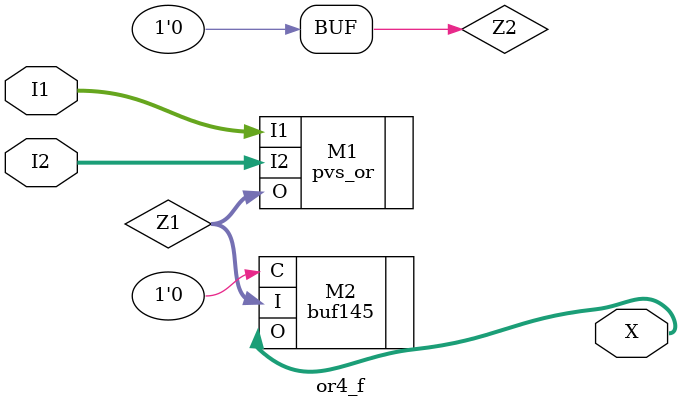
<source format=v>
module or4_f (I1,I2,X); // or gate for the final circuit
  input[3:0] I1,I2;
  output[4:0] X;
  wire[3:0] Z1;
  assign Z2 = 1'b0; // importing structures of 4-bit or gate and concatenation buffer
  pvs_or M1 (
   .I1(I1),
   .I2(I2),
   .O(Z1)
   );
  buf145 M2 (
   .C(Z2),
   .I(Z1),
   .O(X)
   );
 endmodule

</source>
